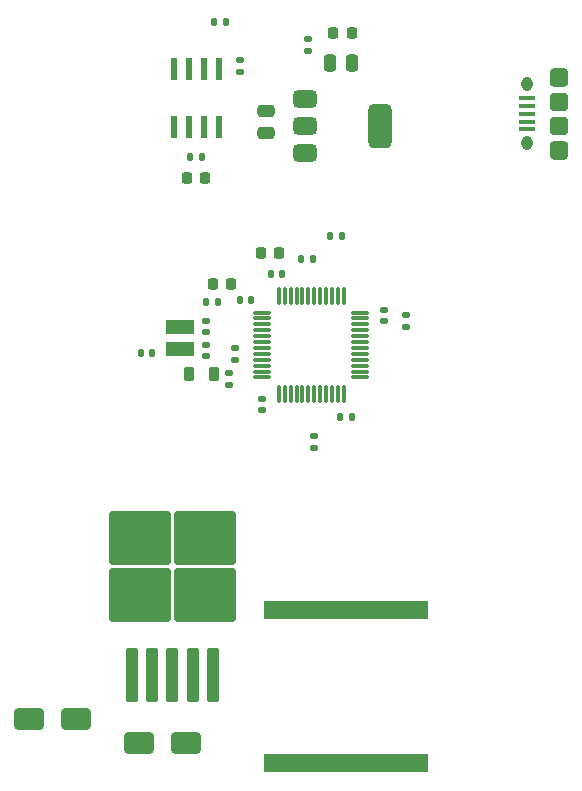
<source format=gbr>
%TF.GenerationSoftware,KiCad,Pcbnew,8.0.6*%
%TF.CreationDate,2024-11-10T12:55:49-08:00*%
%TF.ProjectId,stm32-can-do,73746d33-322d-4636-916e-2d646f2e6b69,v0.1*%
%TF.SameCoordinates,Original*%
%TF.FileFunction,Paste,Top*%
%TF.FilePolarity,Positive*%
%FSLAX46Y46*%
G04 Gerber Fmt 4.6, Leading zero omitted, Abs format (unit mm)*
G04 Created by KiCad (PCBNEW 8.0.6) date 2024-11-10 12:55:49*
%MOMM*%
%LPD*%
G01*
G04 APERTURE LIST*
G04 Aperture macros list*
%AMRoundRect*
0 Rectangle with rounded corners*
0 $1 Rounding radius*
0 $2 $3 $4 $5 $6 $7 $8 $9 X,Y pos of 4 corners*
0 Add a 4 corners polygon primitive as box body*
4,1,4,$2,$3,$4,$5,$6,$7,$8,$9,$2,$3,0*
0 Add four circle primitives for the rounded corners*
1,1,$1+$1,$2,$3*
1,1,$1+$1,$4,$5*
1,1,$1+$1,$6,$7*
1,1,$1+$1,$8,$9*
0 Add four rect primitives between the rounded corners*
20,1,$1+$1,$2,$3,$4,$5,0*
20,1,$1+$1,$4,$5,$6,$7,0*
20,1,$1+$1,$6,$7,$8,$9,0*
20,1,$1+$1,$8,$9,$2,$3,0*%
G04 Aperture macros list end*
%ADD10RoundRect,0.250000X0.250000X0.475000X-0.250000X0.475000X-0.250000X-0.475000X0.250000X-0.475000X0*%
%ADD11RoundRect,0.218750X-0.218750X-0.256250X0.218750X-0.256250X0.218750X0.256250X-0.218750X0.256250X0*%
%ADD12RoundRect,0.250000X0.475000X-0.250000X0.475000X0.250000X-0.475000X0.250000X-0.475000X-0.250000X0*%
%ADD13R,13.970000X1.524000*%
%ADD14RoundRect,0.140000X0.170000X-0.140000X0.170000X0.140000X-0.170000X0.140000X-0.170000X-0.140000X0*%
%ADD15RoundRect,0.250000X-1.000000X-0.650000X1.000000X-0.650000X1.000000X0.650000X-1.000000X0.650000X0*%
%ADD16RoundRect,0.250000X1.000000X0.650000X-1.000000X0.650000X-1.000000X-0.650000X1.000000X-0.650000X0*%
%ADD17RoundRect,0.140000X0.140000X0.170000X-0.140000X0.170000X-0.140000X-0.170000X0.140000X-0.170000X0*%
%ADD18RoundRect,0.250000X0.300000X-2.050000X0.300000X2.050000X-0.300000X2.050000X-0.300000X-2.050000X0*%
%ADD19RoundRect,0.250000X2.375000X-2.025000X2.375000X2.025000X-2.375000X2.025000X-2.375000X-2.025000X0*%
%ADD20RoundRect,0.140000X-0.140000X-0.170000X0.140000X-0.170000X0.140000X0.170000X-0.140000X0.170000X0*%
%ADD21RoundRect,0.075000X-0.662500X-0.075000X0.662500X-0.075000X0.662500X0.075000X-0.662500X0.075000X0*%
%ADD22RoundRect,0.075000X-0.075000X-0.662500X0.075000X-0.662500X0.075000X0.662500X-0.075000X0.662500X0*%
%ADD23RoundRect,0.225000X-0.225000X-0.250000X0.225000X-0.250000X0.225000X0.250000X-0.225000X0.250000X0*%
%ADD24RoundRect,0.135000X-0.185000X0.135000X-0.185000X-0.135000X0.185000X-0.135000X0.185000X0.135000X0*%
%ADD25RoundRect,0.140000X-0.170000X0.140000X-0.170000X-0.140000X0.170000X-0.140000X0.170000X0.140000X0*%
%ADD26O,1.550000X0.890000*%
%ADD27O,0.950000X1.250000*%
%ADD28RoundRect,0.100000X0.575000X-0.100000X0.575000X0.100000X-0.575000X0.100000X-0.575000X-0.100000X0*%
%ADD29RoundRect,0.250000X0.525000X-0.475000X0.525000X0.475000X-0.525000X0.475000X-0.525000X-0.475000X0*%
%ADD30RoundRect,0.250000X0.525000X-0.500000X0.525000X0.500000X-0.525000X0.500000X-0.525000X-0.500000X0*%
%ADD31R,0.558000X1.969999*%
%ADD32RoundRect,0.375000X-0.625000X-0.375000X0.625000X-0.375000X0.625000X0.375000X-0.625000X0.375000X0*%
%ADD33RoundRect,0.500000X-0.500000X-1.400000X0.500000X-1.400000X0.500000X1.400000X-0.500000X1.400000X0*%
%ADD34RoundRect,0.135000X-0.135000X-0.185000X0.135000X-0.185000X0.135000X0.185000X-0.135000X0.185000X0*%
%ADD35R,2.387600X1.295400*%
%ADD36RoundRect,0.135000X0.185000X-0.135000X0.185000X0.135000X-0.185000X0.135000X-0.185000X-0.135000X0*%
%ADD37RoundRect,0.218750X0.218750X0.381250X-0.218750X0.381250X-0.218750X-0.381250X0.218750X-0.381250X0*%
%ADD38RoundRect,0.225000X0.225000X0.250000X-0.225000X0.250000X-0.225000X-0.250000X0.225000X-0.250000X0*%
%ADD39RoundRect,0.135000X0.135000X0.185000X-0.135000X0.185000X-0.135000X-0.185000X0.135000X-0.185000X0*%
G04 APERTURE END LIST*
D10*
%TO.C,C19*%
X151775000Y-59012500D03*
X149875000Y-59012500D03*
%TD*%
D11*
%TO.C,D1*%
X139987500Y-77675000D03*
X141562500Y-77675000D03*
%TD*%
D12*
%TO.C,C18*%
X144525000Y-64937500D03*
X144525000Y-63037500D03*
%TD*%
D13*
%TO.C,L1*%
X151292500Y-105325000D03*
X151292500Y-118279000D03*
%TD*%
D14*
%TO.C,C13*%
X141850000Y-84105000D03*
X141850000Y-83145000D03*
%TD*%
D15*
%TO.C,D3*%
X133742500Y-116602000D03*
X137742500Y-116602000D03*
%TD*%
D16*
%TO.C,D2*%
X128392500Y-114577000D03*
X124392500Y-114577000D03*
%TD*%
D11*
%TO.C,D4*%
X150187500Y-56487500D03*
X151762500Y-56487500D03*
%TD*%
D17*
%TO.C,C3*%
X139035000Y-66926300D03*
X138075000Y-66926300D03*
%TD*%
D14*
%TO.C,C8*%
X139424999Y-81782499D03*
X139424999Y-80822499D03*
%TD*%
D18*
%TO.C,U3*%
X133167500Y-110802000D03*
X134867500Y-110802000D03*
X136567500Y-110802000D03*
D19*
X133792500Y-104077000D03*
X139342500Y-104077000D03*
X133792500Y-99227000D03*
X139342500Y-99227000D03*
D18*
X138267500Y-110802000D03*
X139967500Y-110802000D03*
%TD*%
D20*
%TO.C,C5*%
X147495000Y-75575000D03*
X148455000Y-75575000D03*
%TD*%
D21*
%TO.C,U2*%
X144162500Y-80125000D03*
X144162500Y-80625000D03*
X144162500Y-81125000D03*
X144162500Y-81625000D03*
X144162500Y-82125000D03*
X144162500Y-82625000D03*
X144162500Y-83125000D03*
X144162500Y-83625000D03*
X144162500Y-84125000D03*
X144162500Y-84625000D03*
X144162500Y-85125000D03*
X144162500Y-85625000D03*
D22*
X145575000Y-87037500D03*
X146075000Y-87037500D03*
X146575000Y-87037500D03*
X147075000Y-87037500D03*
X147575000Y-87037500D03*
X148075000Y-87037500D03*
X148575000Y-87037500D03*
X149075000Y-87037500D03*
X149575000Y-87037500D03*
X150075000Y-87037500D03*
X150575000Y-87037500D03*
X151075000Y-87037500D03*
D21*
X152487500Y-85625000D03*
X152487500Y-85125000D03*
X152487500Y-84625000D03*
X152487500Y-84125000D03*
X152487500Y-83625000D03*
X152487500Y-83125000D03*
X152487500Y-82625000D03*
X152487500Y-82125000D03*
X152487500Y-81625000D03*
X152487500Y-81125000D03*
X152487500Y-80625000D03*
X152487500Y-80125000D03*
D22*
X151075000Y-78712500D03*
X150575000Y-78712500D03*
X150075000Y-78712500D03*
X149575000Y-78712500D03*
X149075000Y-78712500D03*
X148575000Y-78712500D03*
X148075000Y-78712500D03*
X147575000Y-78712500D03*
X147075000Y-78712500D03*
X146575000Y-78712500D03*
X146075000Y-78712500D03*
X145575000Y-78712500D03*
%TD*%
D20*
%TO.C,C11*%
X144920000Y-76825000D03*
X145880000Y-76825000D03*
%TD*%
D23*
%TO.C,C6*%
X144050000Y-75075000D03*
X145600000Y-75075000D03*
%TD*%
D24*
%TO.C,R6*%
X156375000Y-80365000D03*
X156375000Y-81385000D03*
%TD*%
D25*
%TO.C,C1*%
X144150000Y-87420000D03*
X144150000Y-88380000D03*
%TD*%
D26*
%TO.C,J4*%
X169300000Y-66805000D03*
D27*
X166600000Y-65805000D03*
X166600000Y-60805000D03*
D26*
X169300000Y-59805000D03*
D28*
X166600000Y-64605000D03*
X166600000Y-63955000D03*
X166600000Y-63305000D03*
X166600000Y-62655000D03*
X166600000Y-62005000D03*
D29*
X169300000Y-66330000D03*
D30*
X169300000Y-64305000D03*
X169300000Y-62305000D03*
D29*
X169300000Y-60280000D03*
%TD*%
D25*
%TO.C,C14*%
X154475000Y-79875000D03*
X154475000Y-80835000D03*
%TD*%
%TO.C,C12*%
X139450000Y-82840000D03*
X139450000Y-83800000D03*
%TD*%
D31*
%TO.C,U1*%
X136670000Y-64451300D03*
X137940000Y-64451300D03*
X139210000Y-64451300D03*
X140480000Y-64451300D03*
X140480000Y-59523700D03*
X139210000Y-59523700D03*
X137940000Y-59523700D03*
X136670000Y-59523700D03*
%TD*%
D32*
%TO.C,U4*%
X147825000Y-62037500D03*
X147825000Y-64337500D03*
D33*
X154125000Y-64337500D03*
D32*
X147825000Y-66637500D03*
%TD*%
D34*
%TO.C,R4*%
X139415000Y-79200000D03*
X140435000Y-79200000D03*
%TD*%
D35*
%TO.C,Y1*%
X137175000Y-83250000D03*
X137175000Y-81345000D03*
%TD*%
D17*
%TO.C,C7*%
X134880000Y-83550000D03*
X133920000Y-83550000D03*
%TD*%
D36*
%TO.C,R3*%
X148550000Y-91620000D03*
X148550000Y-90600000D03*
%TD*%
D37*
%TO.C,FB1*%
X140087500Y-85350000D03*
X137962500Y-85350000D03*
%TD*%
D25*
%TO.C,C2*%
X142325000Y-58777500D03*
X142325000Y-59737500D03*
%TD*%
D17*
%TO.C,C15*%
X151730000Y-88975000D03*
X150770000Y-88975000D03*
%TD*%
%TO.C,C9*%
X143255000Y-79050000D03*
X142295000Y-79050000D03*
%TD*%
D38*
%TO.C,C4*%
X139350000Y-68737500D03*
X137800000Y-68737500D03*
%TD*%
D39*
%TO.C,R2*%
X150960000Y-73675000D03*
X149940000Y-73675000D03*
%TD*%
D36*
%TO.C,R5*%
X148075000Y-57947500D03*
X148075000Y-56927500D03*
%TD*%
D25*
%TO.C,C10*%
X141375000Y-85275000D03*
X141375000Y-86235000D03*
%TD*%
D34*
%TO.C,R1*%
X140090000Y-55550000D03*
X141110000Y-55550000D03*
%TD*%
M02*

</source>
